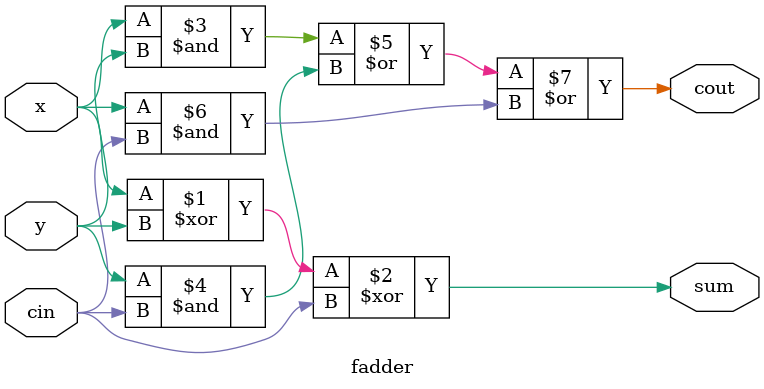
<source format=v>

module fadder(
    input  x,
    input y,
    input cin,
    output sum,
    output cout
    );
assign sum= x^y^cin;
assign cout=( x & y)|(y & cin)|(x &cin);

endmodule

</source>
